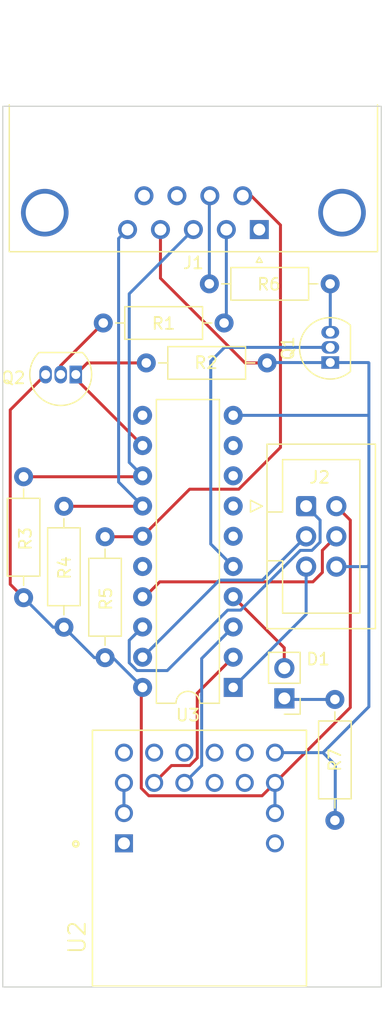
<source format=kicad_pcb>
(kicad_pcb (version 20211014) (generator pcbnew)
  (title_block (title "DumbUPS USB interface") (date "2022-01-02") (rev "1"))
  (layers (0 "F.Cu" signal) (31 "B.Cu" signal) (34 "B.Paste" user) (35 "F.Paste" user) (36 "B.SilkS" user "B.Silkscreen") (37 "F.SilkS" user "F.Silkscreen") (38 "B.Mask" user) (39 "F.Mask" user) (44 "Edge.Cuts" user))
  (net 0 "")
  (net 2 "Net-(J1-Pad2)")
  (net 3 "Net-(J1-Pad4)")
  (net 7 "Net-(J2-Pad1)")
  (net 8 "Net-(J2-Pad3)")
  (net 9 "Net-(J2-Pad5)")
  (net 10 "Net-(J2-Pad2)")
  (net 11 "Net-(J2-Pad4)")
  (net 12 "Net-(J1-Pad3)")
  (net 13 "Net-(Q1-Pad3)")
  (net 14 "Net-(Q2-Pad2)")
  (net 15 "Net-(J1-Pad5)")
  (net 17 "Net-(U2-Pad2)")
  (net 19 "Net-(J1-Pad6)")
  (net 21 "Net-(J1-Pad7)")
  (net 29 "Net-(D1-Pad1)")
  (net 35 "Net-(Q1-Pad2)")
  (net 36 "Net-(Q2-Pad1)")
  (net 37 "Net-(U2-Pad5)")
  (net 38 "Net-(U2-Pad7)")
  (net 39 "Net-(D1-Pad2)")
  (footprint "Resistor_THT:R_Axial_DIN0207_L6.3mm_D2.5mm_P10.16mm_Horizontal" (layer "F.Cu") (at 79.61 72.08)
    (fp_text reference "R6" (at 5.01 0.04) (layer "F.SilkS"))
    (fp_text value "4.7K" hide)
    (fp_line (start 1.04 0) (end 1.81 0) (layer "F.SilkS") (width 0.12))
    (fp_line (start 9.12 0) (end 8.35 0) (layer "F.SilkS") (width 0.12))
    (fp_line (start 8.35 -1.37) (end 1.81 -1.37) (layer "F.SilkS") (width 0.12))
    (fp_line (start 8.35 1.37) (end 8.35 -1.37) (layer "F.SilkS") (width 0.12))
    (fp_line (start 1.81 1.37) (end 8.35 1.37) (layer "F.SilkS") (width 0.12))
    (fp_line (start 1.81 -1.37) (end 1.81 1.37) (layer "F.SilkS") (width 0.12))
    (pad "1" thru_hole circle locked (at 0 0) (size 1.6 1.6) (drill 0.8) (layers *.Cu *.Mask) (net 21 "Net-(J1-Pad7)"))
    (pad "2" thru_hole oval locked (at 10.16 0) (size 1.6 1.6) (drill 0.8) (layers *.Cu *.Mask) (net 13 "Net-(Q1-Pad3)"))
  )
  (footprint "Resistor_THT:R_Axial_DIN0207_L6.3mm_D2.5mm_P10.16mm_Horizontal" (layer "F.Cu") (at 84.4675 78.725 180)
    (fp_text reference "R2" (at 5.1275 0.015) (layer "F.SilkS"))
    (fp_text value "4.7K" hide)
    (fp_line (start 1.81 -1.37) (end 1.81 1.37) (layer "F.SilkS") (width 0.12))
    (fp_line (start 1.04 0) (end 1.81 0) (layer "F.SilkS") (width 0.12))
    (fp_line (start 1.81 1.37) (end 8.35 1.37) (layer "F.SilkS") (width 0.12))
    (fp_line (start 9.12 0) (end 8.35 0) (layer "F.SilkS") (width 0.12))
    (fp_line (start 8.35 1.37) (end 8.35 -1.37) (layer "F.SilkS") (width 0.12))
    (fp_line (start 8.35 -1.37) (end 1.81 -1.37) (layer "F.SilkS") (width 0.12))
    (pad "1" thru_hole circle locked (at 0 0 180) (size 1.6 1.6) (drill 0.8) (layers *.Cu *.Mask) (net 3 "Net-(J1-Pad4)"))
    (pad "2" thru_hole oval locked (at 10.16 0 180) (size 1.6 1.6) (drill 0.8) (layers *.Cu *.Mask) (net 36 "Net-(Q2-Pad1)"))
  )
  (footprint "Connector_IDC:IDC-Header_2x03_P2.54mm_Vertical" (layer "F.Cu") (at 87.75 90.76)
    (fp_text reference "J2" (at 1.14 -2.42) (layer "F.SilkS"))
    (fp_text value "AVR ISP" hide)
    (fp_line (start -4.68 0.5) (end -3.68 0) (layer "F.SilkS") (width 0.12))
    (fp_line (start -1.98 -3.91) (end 4.52 -3.91) (layer "F.SilkS") (width 0.12))
    (fp_line (start -1.98 4.59) (end -1.98 4.59) (layer "F.SilkS") (width 0.12))
    (fp_line (start -1.98 4.59) (end -3.29 4.59) (layer "F.SilkS") (width 0.12))
    (fp_line (start -1.98 8.99) (end -1.98 4.59) (layer "F.SilkS") (width 0.12))
    (fp_line (start 5.83 -5.21) (end 5.83 10.29) (layer "F.SilkS") (width 0.12))
    (fp_line (start -1.98 0.49) (end -1.98 -3.91) (layer "F.SilkS") (width 0.12))
    (fp_line (start -4.68 -0.5) (end -4.68 0.5) (layer "F.SilkS") (width 0.12))
    (fp_line (start 4.52 -3.91) (end 4.52 8.99) (layer "F.SilkS") (width 0.12))
    (fp_line (start -3.29 0.49) (end -1.98 0.49) (layer "F.SilkS") (width 0.12))
    (fp_line (start 4.52 8.99) (end -1.98 8.99) (layer "F.SilkS") (width 0.12))
    (fp_line (start -3.29 -5.21) (end 5.83 -5.21) (layer "F.SilkS") (width 0.12))
    (fp_line (start -3.68 0) (end -4.68 -0.5) (layer "F.SilkS") (width 0.12))
    (fp_line (start -3.29 10.29) (end -3.29 -5.21) (layer "F.SilkS") (width 0.12))
    (fp_line (start 5.83 10.29) (end -3.29 10.29) (layer "F.SilkS") (width 0.12))
    (pad "1" thru_hole roundrect locked (at 0 0) (size 1.7 1.7) (drill 1) (layers *.Cu *.Mask) (roundrect_rratio 0.1470588235) (net 7 "Net-(J2-Pad1)"))
    (pad "2" thru_hole circle locked (at 2.54 0) (size 1.7 1.7) (drill 1) (layers *.Cu *.Mask) (net 10 "Net-(J2-Pad2)"))
    (pad "3" thru_hole circle locked (at 0 2.54) (size 1.7 1.7) (drill 1) (layers *.Cu *.Mask) (net 8 "Net-(J2-Pad3)"))
    (pad "4" thru_hole circle locked (at 2.54 2.54) (size 1.7 1.7) (drill 1) (layers *.Cu *.Mask) (net 11 "Net-(J2-Pad4)"))
    (pad "5" thru_hole circle locked (at 0 5.08) (size 1.7 1.7) (drill 1) (layers *.Cu *.Mask) (net 9 "Net-(J2-Pad5)"))
    (pad "6" thru_hole circle locked (at 2.54 5.08) (size 1.7 1.7) (drill 1) (layers *.Cu *.Mask) (net 3 "Net-(J1-Pad4)"))
  )
  (footprint "Package_TO_SOT_THT:TO-92L_Inline" (layer "F.Cu") (at 89.78 78.69 90)
    (fp_text reference "Q1" (at 1.19 -3.56 90) (layer "F.SilkS"))
    (fp_text value "PN2222A" hide)
    (fp_line (start -0.75 1.7) (end 3.1 1.7) (layer "F.SilkS") (width 0.12))
    (fp_arc (start -0.75 1.7) (mid 1.183448 -2.579449) (end 3.138611 1.690122) (layer "F.SilkS") (width 0.12))
    (pad "1" thru_hole rect locked (at 0 0 90) (size 1.05 1.5) (drill 0.75) (layers *.Cu *.Mask) (net 3 "Net-(J1-Pad4)"))
    (pad "2" thru_hole oval locked (at 1.27 0 90) (size 1.05 1.5) (drill 0.75) (layers *.Cu *.Mask) (net 35 "Net-(Q1-Pad2)"))
    (pad "3" thru_hole oval locked (at 2.54 0 90) (size 1.05 1.5) (drill 0.75) (layers *.Cu *.Mask) (net 13 "Net-(Q1-Pad3)"))
  )
  (footprint "Resistor_THT:R_Axial_DIN0207_L6.3mm_D2.5mm_P10.16mm_Horizontal" (layer "F.Cu") (at 63.99 88.29 -90)
    (fp_text reference "R3" (at 5.21 -0.15 90) (layer "F.SilkS"))
    (fp_text value "4.7K" hide)
    (fp_line (start 1.81 -1.37) (end 1.81 1.37) (layer "F.SilkS") (width 0.12))
    (fp_line (start 8.35 -1.37) (end 1.81 -1.37) (layer "F.SilkS") (width 0.12))
    (fp_line (start 8.35 1.37) (end 8.35 -1.37) (layer "F.SilkS") (width 0.12))
    (fp_line (start 9.12 0) (end 8.35 0) (layer "F.SilkS") (width 0.12))
    (fp_line (start 1.81 1.37) (end 8.35 1.37) (layer "F.SilkS") (width 0.12))
    (fp_line (start 1.04 0) (end 1.81 0) (layer "F.SilkS") (width 0.12))
    (pad "1" thru_hole circle locked (at 0 0 270) (size 1.6 1.6) (drill 0.8) (layers *.Cu *.Mask) (net 12 "Net-(J1-Pad3)"))
    (pad "2" thru_hole oval locked (at 10.16 0 270) (size 1.6 1.6) (drill 0.8) (layers *.Cu *.Mask) (net 10 "Net-(J2-Pad2)"))
  )
  (footprint "Package_DIP:DIP-20_W7.62mm" (layer "F.Cu") (at 81.6175 105.99 180)
    (fp_text reference "U3" (at 3.81 -2.33) (layer "F.SilkS"))
    (fp_text value "ATtiny2313V-10P" hide)
    (fp_line (start 1.16 -1.33) (end 1.16 24.19) (layer "F.SilkS") (width 0.12))
    (fp_line (start 6.46 -1.33) (end 4.81 -1.33) (layer "F.SilkS") (width 0.12))
    (fp_line (start 2.81 -1.33) (end 1.16 -1.33) (layer "F.SilkS") (width 0.12))
    (fp_line (start 6.46 24.19) (end 6.46 -1.33) (layer "F.SilkS") (width 0.12))
    (fp_line (start 1.16 24.19) (end 6.46 24.19) (layer "F.SilkS") (width 0.12))
    (fp_arc (start 4.81 -1.33) (mid 3.81 -0.33) (end 2.81 -1.33) (layer "F.SilkS") (width 0.12))
    (pad "1" thru_hole rect locked (at 0 0 180) (size 1.6 1.6) (drill 0.8) (layers *.Cu *.Mask) (net 9 "Net-(J2-Pad5)"))
    (pad "2" thru_hole oval locked (at 0 2.54 180) (size 1.6 1.6) (drill 0.8) (layers *.Cu *.Mask) (net 37 "Net-(U2-Pad5)"))
    (pad "3" thru_hole oval locked (at 0 5.08 180) (size 1.6 1.6) (drill 0.8) (layers *.Cu *.Mask) (net 38 "Net-(U2-Pad7)"))
    (pad "4" thru_hole oval locked (at 0 7.62 180) (size 1.6 1.6) (drill 0.8) (layers *.Cu *.Mask) (net 39 "Net-(D1-Pad2)"))
    (pad "5" thru_hole oval locked (at 0 10.16 180) (size 1.6 1.6) (drill 0.8) (layers *.Cu *.Mask) (net 35 "Net-(Q1-Pad2)"))
    (pad "6" thru_hole oval locked (at 0 12.7 180) (size 1.6 1.6) (drill 0.8) (layers *.Cu *.Mask))
    (pad "7" thru_hole oval locked (at 0 15.24 180) (size 1.6 1.6) (drill 0.8) (layers *.Cu *.Mask))
    (pad "8" thru_hole oval locked (at 0 17.78 180) (size 1.6 1.6) (drill 0.8) (layers *.Cu *.Mask))
    (pad "9" thru_hole oval locked (at 0 20.32 180) (size 1.6 1.6) (drill 0.8) (layers *.Cu *.Mask))
    (pad "10" thru_hole oval locked (at 0 22.86 180) (size 1.6 1.6) (drill 0.8) (layers *.Cu *.Mask) (net 3 "Net-(J1-Pad4)"))
    (pad "11" thru_hole oval locked (at 7.62 22.86 180) (size 1.6 1.6) (drill 0.8) (layers *.Cu *.Mask))
    (pad "12" thru_hole oval locked (at 7.62 20.32 180) (size 1.6 1.6) (drill 0.8) (layers *.Cu *.Mask) (net 36 "Net-(Q2-Pad1)"))
    (pad "13" thru_hole oval locked (at 7.62 17.78 180) (size 1.6 1.6) (drill 0.8) (layers *.Cu *.Mask) (net 12 "Net-(J1-Pad3)"))
    (pad "14" thru_hole oval locked (at 7.62 15.24 180) (size 1.6 1.6) (drill 0.8) (layers *.Cu *.Mask) (net 15 "Net-(J1-Pad5)"))
    (pad "15" thru_hole oval locked (at 7.62 12.7 180) (size 1.6 1.6) (drill 0.8) (layers *.Cu *.Mask) (net 19 "Net-(J1-Pad6)"))
    (pad "16" thru_hole oval locked (at 7.62 10.16 180) (size 1.6 1.6) (drill 0.8) (layers *.Cu *.Mask))
    (pad "17" thru_hole oval locked (at 7.62 7.62 180) (size 1.6 1.6) (drill 0.8) (layers *.Cu *.Mask) (net 11 "Net-(J2-Pad4)"))
    (pad "18" thru_hole oval locked (at 7.62 5.08 180) (size 1.6 1.6) (drill 0.8) (layers *.Cu *.Mask) (net 7 "Net-(J2-Pad1)"))
    (pad "19" thru_hole oval locked (at 7.62 2.54 180) (size 1.6 1.6) (drill 0.8) (layers *.Cu *.Mask) (net 8 "Net-(J2-Pad3)"))
    (pad "20" thru_hole oval locked (at 7.62 0 180) (size 1.6 1.6) (drill 0.8) (layers *.Cu *.Mask) (net 10 "Net-(J2-Pad2)"))
  )
  (footprint "Resistor_THT:R_Axial_DIN0207_L6.3mm_D2.5mm_P10.16mm_Horizontal" (layer "F.Cu") (at 80.85 75.37 180)
    (fp_text reference "R1" (at 5.09 -0.04) (layer "F.SilkS"))
    (fp_text value "4.7K" hide)
    (fp_line (start 8.35 -1.37) (end 1.81 -1.37) (layer "F.SilkS") (width 0.12))
    (fp_line (start 9.12 0) (end 8.35 0) (layer "F.SilkS") (width 0.12))
    (fp_line (start 1.81 1.37) (end 8.35 1.37) (layer "F.SilkS") (width 0.12))
    (fp_line (start 1.81 -1.37) (end 1.81 1.37) (layer "F.SilkS") (width 0.12))
    (fp_line (start 8.35 1.37) (end 8.35 -1.37) (layer "F.SilkS") (width 0.12))
    (fp_line (start 1.04 0) (end 1.81 0) (layer "F.SilkS") (width 0.12))
    (pad "1" thru_hole circle locked (at 0 0 180) (size 1.6 1.6) (drill 0.8) (layers *.Cu *.Mask) (net 2 "Net-(J1-Pad2)"))
    (pad "2" thru_hole oval locked (at 10.16 0 180) (size 1.6 1.6) (drill 0.8) (layers *.Cu *.Mask) (net 14 "Net-(Q2-Pad2)"))
  )
  (footprint "Resistor_THT:R_Axial_DIN0207_L6.3mm_D2.5mm_P10.16mm_Horizontal" (layer "F.Cu") (at 70.84 93.33 -90)
    (fp_text reference "R5" (at 5.21 -0.07 90) (layer "F.SilkS"))
    (fp_text value "4.7K" hide)
    (fp_line (start 1.04 0) (end 1.81 0) (layer "F.SilkS") (width 0.12))
    (fp_line (start 1.81 -1.37) (end 1.81 1.37) (layer "F.SilkS") (width 0.12))
    (fp_line (start 8.35 1.37) (end 8.35 -1.37) (layer "F.SilkS") (width 0.12))
    (fp_line (start 9.12 0) (end 8.35 0) (layer "F.SilkS") (width 0.12))
    (fp_line (start 8.35 -1.37) (end 1.81 -1.37) (layer "F.SilkS") (width 0.12))
    (fp_line (start 1.81 1.37) (end 8.35 1.37) (layer "F.SilkS") (width 0.12))
    (pad "1" thru_hole circle locked (at 0 0 270) (size 1.6 1.6) (drill 0.8) (layers *.Cu *.Mask) (net 19 "Net-(J1-Pad6)"))
    (pad "2" thru_hole oval locked (at 10.16 0 270) (size 1.6 1.6) (drill 0.8) (layers *.Cu *.Mask) (net 10 "Net-(J2-Pad2)"))
  )
  (footprint "Connector_Dsub:DSUB-9_Male_Horizontal_P2.77x2.84mm_EdgePinOffset7.70mm_Housed_MountingHolesOffset9.12mm" (layer "F.Cu") (at 83.81 67.520331 180)
    (fp_text reference "J1" (at 5.54 -2.8) (layer "F.SilkS"))
    (fp_text value "UPS_Interface")
    (fp_line (start 21.025 -1.86) (end 21.025 10.48) (layer "F.SilkS") (width 0.12))
    (fp_line (start -9.945 -1.86) (end 21.025 -1.86) (layer "F.SilkS") (width 0.12))
    (fp_line (start -0.25 -2.754338) (end 0.25 -2.754338) (layer "F.SilkS") (width 0.12))
    (fp_line (start 0.25 -2.754338) (end 0 -2.321325) (layer "F.SilkS") (width 0.12))
    (fp_line (start 0 -2.321325) (end -0.25 -2.754338) (layer "F.SilkS") (width 0.12))
    (fp_line (start -9.945 10.48) (end -9.945 -1.86) (layer "F.SilkS") (width 0.12))
    (pad "0" thru_hole circle locked (at 18.04 1.42 180) (size 4 4) (drill 3.2) (layers *.Cu *.Mask))
    (pad "0" thru_hole circle locked (at -6.96 1.42 180) (size 4 4) (drill 3.2) (layers *.Cu *.Mask))
    (pad "1" thru_hole rect locked (at 0 0 180) (size 1.6 1.6) (drill 1) (layers *.Cu *.Mask))
    (pad "2" thru_hole circle locked (at 2.77 0 180) (size 1.6 1.6) (drill 1) (layers *.Cu *.Mask) (net 2 "Net-(J1-Pad2)"))
    (pad "3" thru_hole circle locked (at 5.54 0 180) (size 1.6 1.6) (drill 1) (layers *.Cu *.Mask) (net 12 "Net-(J1-Pad3)"))
    (pad "4" thru_hole circle locked (at 8.31 0 180) (size 1.6 1.6) (drill 1) (layers *.Cu *.Mask) (net 3 "Net-(J1-Pad4)"))
    (pad "5" thru_hole circle locked (at 11.08 0 180) (size 1.6 1.6) (drill 1) (layers *.Cu *.Mask) (net 15 "Net-(J1-Pad5)"))
    (pad "6" thru_hole circle locked (at 1.385 2.84 180) (size 1.6 1.6) (drill 1) (layers *.Cu *.Mask) (net 19 "Net-(J1-Pad6)"))
    (pad "7" thru_hole circle locked (at 4.155 2.84 180) (size 1.6 1.6) (drill 1) (layers *.Cu *.Mask) (net 21 "Net-(J1-Pad7)"))
    (pad "8" thru_hole circle locked (at 6.925 2.84 180) (size 1.6 1.6) (drill 1) (layers *.Cu *.Mask))
    (pad "9" thru_hole circle locked (at 9.695 2.84 180) (size 1.6 1.6) (drill 1) (layers *.Cu *.Mask))
  )
  (footprint "Resistor_THT:R_Axial_DIN0207_L6.3mm_D2.5mm_P10.16mm_Horizontal" (layer "F.Cu") (at 67.38 90.77 -90)
    (fp_text reference "R4" (at 5.17 -0.055 90) (layer "F.SilkS"))
    (fp_text value "4.7K" hide)
    (fp_line (start 1.81 1.37) (end 8.35 1.37) (layer "F.SilkS") (width 0.12))
    (fp_line (start 1.04 0) (end 1.81 0) (layer "F.SilkS") (width 0.12))
    (fp_line (start 8.35 -1.37) (end 1.81 -1.37) (layer "F.SilkS") (width 0.12))
    (fp_line (start 8.35 1.37) (end 8.35 -1.37) (layer "F.SilkS") (width 0.12))
    (fp_line (start 1.81 -1.37) (end 1.81 1.37) (layer "F.SilkS") (width 0.12))
    (fp_line (start 9.12 0) (end 8.35 0) (layer "F.SilkS") (width 0.12))
    (pad "1" thru_hole circle locked (at 0 0 270) (size 1.6 1.6) (drill 0.8) (layers *.Cu *.Mask) (net 15 "Net-(J1-Pad5)"))
    (pad "2" thru_hole oval locked (at 10.16 0 270) (size 1.6 1.6) (drill 0.8) (layers *.Cu *.Mask) (net 10 "Net-(J2-Pad2)"))
  )
  (footprint "Package_TO_SOT_THT:TO-92_Inline" (layer "F.Cu") (at 68.38 79.7 180)
    (fp_text reference "Q2" (at 5.25 -0.28) (layer "F.SilkS"))
    (fp_text value "PN2222A" hide)
    (fp_line (start -0.53 1.85) (end 3.07 1.85) (layer "F.SilkS") (width 0.12))
    (fp_arc (start -0.568478 1.838478) (mid -1.132087 -0.994977) (end 1.27 -2.6) (layer "F.SilkS") (width 0.12))
    (fp_arc (start 1.27 -2.6) (mid 3.672087 -0.994977) (end 3.108478 1.838478) (layer "F.SilkS") (width 0.12))
    (pad "1" thru_hole rect locked (at 0 0 180) (size 1.05 1.5) (drill 0.75) (layers *.Cu *.Mask) (net 36 "Net-(Q2-Pad1)"))
    (pad "2" thru_hole oval locked (at 1.27 0 180) (size 1.05 1.5) (drill 0.75) (layers *.Cu *.Mask) (net 14 "Net-(Q2-Pad2)"))
    (pad "3" thru_hole oval locked (at 2.54 0 180) (size 1.05 1.5) (drill 0.75) (layers *.Cu *.Mask) (net 10 "Net-(J2-Pad2)"))
  )
  (footprint "Resistor_THT:R_Axial_DIN0207_L6.3mm_D2.5mm_P10.16mm_Horizontal" (layer "F.Cu") (at 90.17 107 -90)
    (fp_text reference "R7" (at 5.08 0 90) (layer "F.SilkS"))
    (fp_text value "220" hide)
    (fp_line (start 1.81 1.37) (end 8.35 1.37) (layer "F.SilkS") (width 0.12))
    (fp_line (start 8.35 -1.37) (end 1.81 -1.37) (layer "F.SilkS") (width 0.12))
    (fp_line (start 8.35 1.37) (end 8.35 -1.37) (layer "F.SilkS") (width 0.12))
    (fp_line (start 9.12 0) (end 8.35 0) (layer "F.SilkS") (width 0.12))
    (fp_line (start 1.81 -1.37) (end 1.81 1.37) (layer "F.SilkS") (width 0.12))
    (fp_line (start 1.04 0) (end 1.81 0) (layer "F.SilkS") (width 0.12))
    (pad "1" thru_hole circle locked (at 0 0 270) (size 1.6 1.6) (drill 0.8) (layers *.Cu *.Mask) (net 29 "Net-(D1-Pad1)"))
    (pad "2" thru_hole oval locked (at 10.16 0 270) (size 1.6 1.6) (drill 0.8) (layers *.Cu *.Mask) (net 3 "Net-(J1-Pad4)"))
  )
  (footprint "library:FTDI_MM232R" (layer "F.Cu") (at 78.78 120.34 90)
    (fp_text reference "U2" (at -6.655 -10.289 90) (layer "F.SilkS") (effects (font (size 1.4 1.4))))
    (fp_text value "MM232R" hide)
    (fp_line (start 10.75 9) (end -10.75 9) (layer "F.SilkS") (width 0.127))
    (fp_line (start -10.75 9) (end -10.75 -9) (layer "F.SilkS") (width 0.127))
    (fp_line (start 10.75 -9) (end 10.75 9) (layer "F.SilkS") (width 0.127))
    (fp_line (start -10.75 -9) (end 10.75 -9) (layer "F.SilkS") (width 0.127))
    (fp_circle (center 1.2 -10.4) (end 1.423606 -10.4) (layer "F.SilkS") (width 0.2) (fill none))
    (pad "1" thru_hole rect locked (at 1.25 -6.35 90) (size 1.518 1.518) (drill 1.01) (layers *.Cu *.Mask))
    (pad "2" thru_hole circle locked (at 3.79 -6.35 90) (size 1.518 1.518) (drill 1.01) (layers *.Cu *.Mask) (net 17 "Net-(U2-Pad2)"))
    (pad "3" thru_hole circle locked (at 6.33 -6.35 90) (size 1.518 1.518) (drill 1.01) (layers *.Cu *.Mask) (net 17 "Net-(U2-Pad2)"))
    (pad "4" thru_hole circle locked (at 8.87 -6.35 90) (size 1.518 1.518) (drill 1.01) (layers *.Cu *.Mask))
    (pad "5" thru_hole circle locked (at 6.33 -3.81 90) (size 1.518 1.518) (drill 1.01) (layers *.Cu *.Mask) (net 37 "Net-(U2-Pad5)"))
    (pad "6" thru_hole circle locked (at 8.87 -3.81 90) (size 1.518 1.518) (drill 1.01) (layers *.Cu *.Mask))
    (pad "7" thru_hole circle locked (at 6.33 -1.27 90) (size 1.518 1.518) (drill 1.01) (layers *.Cu *.Mask) (net 38 "Net-(U2-Pad7)"))
    (pad "8" thru_hole circle locked (at 8.87 -1.27 90) (size 1.518 1.518) (drill 1.01) (layers *.Cu *.Mask))
    (pad "9" thru_hole circle locked (at 8.87 1.27 90) (size 1.518 1.518) (drill 1.01) (layers *.Cu *.Mask))
    (pad "10" thru_hole circle locked (at 6.33 1.27 90) (size 1.518 1.518) (drill 1.01) (layers *.Cu *.Mask))
    (pad "11" thru_hole circle locked (at 8.87 3.81 90) (size 1.518 1.518) (drill 1.01) (layers *.Cu *.Mask))
    (pad "12" thru_hole circle locked (at 6.33 3.81 90) (size 1.518 1.518) (drill 1.01) (layers *.Cu *.Mask))
    (pad "13" thru_hole circle locked (at 8.87 6.35 90) (size 1.518 1.518) (drill 1.01) (layers *.Cu *.Mask) (net 3 "Net-(J1-Pad4)"))
    (pad "14" thru_hole circle locked (at 6.33 6.35 90) (size 1.518 1.518) (drill 1.01) (layers *.Cu *.Mask) (net 10 "Net-(J2-Pad2)"))
    (pad "15" thru_hole circle locked (at 3.79 6.35 90) (size 1.518 1.518) (drill 1.01) (layers *.Cu *.Mask) (net 10 "Net-(J2-Pad2)"))
    (pad "16" thru_hole circle locked (at 1.25 6.35 90) (size 1.518 1.518) (drill 1.01) (layers *.Cu *.Mask))
  )
  (footprint "Connector_PinHeader_2.54mm:PinHeader_1x02_P2.54mm_Vertical" (layer "F.Cu") (at 85.92 106.91 180)
    (fp_text reference "D1" (at -2.84 3.3) (layer "F.SilkS"))
    (fp_text value "LED" hide)
    (fp_line (start -1.33 1.27) (end -1.33 3.87) (layer "F.SilkS") (width 0.12))
    (fp_line (start 1.33 1.27) (end 1.33 3.87) (layer "F.SilkS") (width 0.12))
    (fp_line (start -1.33 -1.33) (end 0 -1.33) (layer "F.SilkS") (width 0.12))
    (fp_line (start -1.33 3.87) (end 1.33 3.87) (layer "F.SilkS") (width 0.12))
    (fp_line (start -1.33 1.27) (end 1.33 1.27) (layer "F.SilkS") (width 0.12))
    (fp_line (start -1.33 0) (end -1.33 -1.33) (layer "F.SilkS") (width 0.12))
    (pad "1" thru_hole rect locked (at 0 0 180) (size 1.7 1.7) (drill 1) (layers *.Cu *.Mask) (net 29 "Net-(D1-Pad1)"))
    (pad "2" thru_hole oval locked (at 0 2.54 180) (size 1.7 1.7) (drill 1) (layers *.Cu *.Mask) (net 39 "Net-(D1-Pad2)"))
  )
  (gr_rect (start 94.07 131.16) (end 62.24 57.16) (layer "Edge.Cuts") (width 0.1) (fill none))
  (segment (start 81.04 75.18) (end 80.85 75.37) (width 0.25) (layer "B.Cu") (net 2))
  (segment (start 81.04 67.520331) (end 81.04 75.18) (width 0.25) (layer "B.Cu") (net 2))
  (segment (start 84.4675 78.725) (end 82.6147 78.725) (width 0.25) (layer "F.Cu") (net 3))
  (segment (start 75.5 71.6103) (end 75.5 67.520331) (width 0.25) (layer "F.Cu") (net 3))
  (segment (start 82.6147 78.725) (end 75.5 71.6103) (width 0.25) (layer "F.Cu") (net 3))
  (segment (start 90.2 112.5) (end 89.17 111.47) (width 0.25) (layer "B.Cu") (net 3))
  (segment (start 81.6175 83.13) (end 92.98 83.13) (width 0.25) (layer "B.Cu") (net 3))
  (segment (start 90.2 117.13) (end 90.2 112.5) (width 0.25) (layer "B.Cu") (net 3))
  (segment (start 90.17 117.16) (end 90.2 117.13) (width 0.25) (layer "B.Cu") (net 3))
  (segment (start 90.1475 78.695) (end 92.995 78.695) (width 0.25) (layer "B.Cu") (net 3))
  (segment (start 92.995 78.695) (end 93.03 78.73) (width 0.25) (layer "B.Cu") (net 3))
  (segment (start 93.03 78.73) (end 93.03 83.08) (width 0.25) (layer "B.Cu") (net 3))
  (segment (start 92.98 83.13) (end 93.03 83.08) (width 0.25) (layer "B.Cu") (net 3))
  (segment (start 90.29 95.84) (end 92.91 95.84) (width 0.25) (layer "B.Cu") (net 3))
  (segment (start 92.91 95.84) (end 93.03 95.72) (width 0.25) (layer "B.Cu") (net 3))
  (segment (start 93.03 107.61) (end 93.03 95.72) (width 0.25) (layer "B.Cu") (net 3))
  (segment (start 84.4975 78.695) (end 84.4675 78.725) (width 0.25) (layer "B.Cu") (net 3))
  (segment (start 93.03 83.08) (end 93.03 95.72) (width 0.25) (layer "B.Cu") (net 3))
  (segment (start 85.13 111.47) (end 89.17 111.47) (width 0.25) (layer "B.Cu") (net 3))
  (segment (start 89.17 111.47) (end 93.03 107.61) (width 0.25) (layer "B.Cu") (net 3))
  (segment (start 90.1475 78.695) (end 84.4975 78.695) (width 0.25) (layer "B.Cu") (net 3))
  (segment (start 82.243501 99.494511) (end 87.263501 94.474511) (width 0.25) (layer "B.Cu") (net 7))
  (segment (start 73.531711 104.574511) (end 76.071711 104.574511) (width 0.25) (layer "B.Cu") (net 7))
  (segment (start 81.151711 99.494511) (end 82.243501 99.494511) (width 0.25) (layer "B.Cu") (net 7))
  (segment (start 88.924511 91.934511) (end 87.75 90.76) (width 0.25) (layer "B.Cu") (net 7))
  (segment (start 88.236499 94.474511) (end 88.924511 93.786499) (width 0.25) (layer "B.Cu") (net 7))
  (segment (start 72.872989 103.915789) (end 73.531711 104.574511) (width 0.25) (layer "B.Cu") (net 7))
  (segment (start 87.263501 94.474511) (end 88.236499 94.474511) (width 0.25) (layer "B.Cu") (net 7))
  (segment (start 72.872989 102.034511) (end 72.872989 103.915789) (width 0.25) (layer "B.Cu") (net 7))
  (segment (start 76.071711 104.574511) (end 81.151711 99.494511) (width 0.25) (layer "B.Cu") (net 7))
  (segment (start 73.9975 100.91) (end 72.872989 102.034511) (width 0.25) (layer "B.Cu") (net 7))
  (segment (start 88.924511 93.786499) (end 88.924511 91.934511) (width 0.25) (layer "B.Cu") (net 7))
  (segment (start 80.4775 96.97) (end 84.08 96.97) (width 0.25) (layer "B.Cu") (net 8))
  (segment (start 84.08 96.97) (end 87.75 93.3) (width 0.25) (layer "B.Cu") (net 8))
  (segment (start 73.9975 103.45) (end 80.4775 96.97) (width 0.25) (layer "B.Cu") (net 8))
  (segment (start 87.75 99.8575) (end 87.75 95.84) (width 0.25) (layer "B.Cu") (net 9))
  (segment (start 81.6175 105.99) (end 87.75 99.8575) (width 0.25) (layer "B.Cu") (net 9))
  (segment (start 85.13 114.01) (end 91.464511 107.675489) (width 0.25) (layer "F.Cu") (net 10))
  (segment (start 62.865489 97.325489) (end 62.865489 82.674511) (width 0.25) (layer "F.Cu") (net 10))
  (segment (start 84.046489 115.093511) (end 74.521194 115.093511) (width 0.25) (layer "F.Cu") (net 10))
  (segment (start 85.13 114.01) (end 84.046489 115.093511) (width 0.25) (layer "F.Cu") (net 10))
  (segment (start 73.886489 106.101011) (end 73.9975 105.99) (width 0.25) (layer "F.Cu") (net 10))
  (segment (start 63.99 98.45) (end 62.865489 97.325489) (width 0.25) (layer "F.Cu") (net 10))
  (segment (start 91.464511 107.675489) (end 91.464511 91.934511) (width 0.25) (layer "F.Cu") (net 10))
  (segment (start 62.865489 82.674511) (end 65.84 79.7) (width 0.25) (layer "F.Cu") (net 10))
  (segment (start 74.521194 115.093511) (end 73.886489 114.458806) (width 0.25) (layer "F.Cu") (net 10))
  (segment (start 73.886489 114.458806) (end 73.886489 106.101011) (width 0.25) (layer "F.Cu") (net 10))
  (segment (start 91.464511 91.934511) (end 90.29 90.76) (width 0.25) (layer "F.Cu") (net 10))
  (segment (start 69.94 103.49) (end 70.84 103.49) (width 0.25) (layer "B.Cu") (net 10))
  (segment (start 63.99 98.45) (end 66.47 100.93) (width 0.25) (layer "B.Cu") (net 10))
  (segment (start 67.38 100.93) (end 69.94 103.49) (width 0.25) (layer "B.Cu") (net 10))
  (segment (start 71.4975 103.49) (end 70.84 103.49) (width 0.25) (layer "B.Cu") (net 10))
  (segment (start 66.47 100.93) (end 67.38 100.93) (width 0.25) (layer "B.Cu") (net 10))
  (segment (start 85.13 114.01) (end 85.13 116.55) (width 0.25) (layer "B.Cu") (net 10))
  (segment (start 73.9975 105.99) (end 71.4975 103.49) (width 0.25) (layer "B.Cu") (net 10))
  (segment (start 73.9975 98.3975) (end 74.08 98.48) (width 0.25) (layer "F.Cu") (net 11))
  (segment (start 88.321988 97.12) (end 89.115489 96.326499) (width 0.25) (layer "F.Cu") (net 11))
  (segment (start 73.9975 98.37) (end 73.9975 98.3975) (width 0.25) (layer "F.Cu") (net 11))
  (segment (start 89.115489 96.326499) (end 89.115489 94.474511) (width 0.25) (layer "F.Cu") (net 11))
  (segment (start 74.08 98.48) (end 75.44 97.12) (width 0.25) (layer "F.Cu") (net 11))
  (segment (start 89.115489 94.474511) (end 90.29 93.3) (width 0.25) (layer "F.Cu") (net 11))
  (segment (start 75.44 97.12) (end 88.321988 97.12) (width 0.25) (layer "F.Cu") (net 11))
  (segment (start 73.9175 88.29) (end 73.9975 88.21) (width 0.25) (layer "F.Cu") (net 12))
  (segment (start 63.99 88.29) (end 73.9175 88.29) (width 0.25) (layer "F.Cu") (net 12))
  (segment (start 73.9975 88.21) (end 72.872989 87.085489) (width 0.25) (layer "B.Cu") (net 12))
  (segment (start 72.872989 72.917342) (end 78.27 67.520331) (width 0.25) (layer "B.Cu") (net 12))
  (segment (start 72.872989 87.085489) (end 72.872989 72.917342) (width 0.25) (layer "B.Cu") (net 12))
  (segment (start 89.78 72.09) (end 89.77 72.08) (width 0.25) (layer "B.Cu") (net 13))
  (segment (start 89.78 76.15) (end 89.78 72.09) (width 0.25) (layer "B.Cu") (net 13))
  (segment (start 67.11 79.7) (end 67.11 79.76) (width 0.25) (layer "F.Cu") (net 14))
  (segment (start 67.1 78.96) (end 70.69 75.37) (width 0.25) (layer "F.Cu") (net 14))
  (segment (start 67.1 79.77) (end 67.1 78.96) (width 0.25) (layer "F.Cu") (net 14))
  (segment (start 67.11 79.76) (end 67.1 79.77) (width 0.25) (layer "F.Cu") (net 14))
  (segment (start 73.9775 90.77) (end 73.9975 90.75) (width 0.25) (layer "F.Cu") (net 15))
  (segment (start 67.38 90.77) (end 73.9775 90.77) (width 0.25) (layer "F.Cu") (net 15))
  (segment (start 71.98 88.7325) (end 71.98 68.270331) (width 0.25) (layer "B.Cu") (net 15))
  (segment (start 71.98 68.270331) (end 72.73 67.520331) (width 0.25) (layer "B.Cu") (net 15))
  (segment (start 73.9975 90.75) (end 71.98 88.7325) (width 0.25) (layer "B.Cu") (net 15))
  (segment (start 72.43 114.01) (end 72.43 116.55) (width 0.25) (layer "B.Cu") (net 17))
  (segment (start 70.84 93.33) (end 73.9575 93.33) (width 0.25) (layer "F.Cu") (net 19))
  (segment (start 85.592011 85.825789) (end 85.592011 67.142011) (width 0.25) (layer "F.Cu") (net 19))
  (segment (start 73.9975 93.29) (end 77.952989 89.334511) (width 0.25) (layer "F.Cu") (net 19))
  (segment (start 85.592011 67.142011) (end 83.130331 64.680331) (width 0.25) (layer "F.Cu") (net 19))
  (segment (start 77.952989 89.334511) (end 82.083289 89.334511) (width 0.25) (layer "F.Cu") (net 19))
  (segment (start 82.083289 89.334511) (end 85.592011 85.825789) (width 0.25) (layer "F.Cu") (net 19))
  (segment (start 73.9575 93.33) (end 73.9975 93.29) (width 0.25) (layer "F.Cu") (net 19))
  (segment (start 83.130331 64.680331) (end 82.425 64.680331) (width 0.25) (layer "F.Cu") (net 19))
  (segment (start 79.61 64.725331) (end 79.655 64.680331) (width 0.25) (layer "B.Cu") (net 21))
  (segment (start 79.61 72.08) (end 79.61 64.725331) (width 0.25) (layer "B.Cu") (net 21))
  (segment (start 90.17 107) (end 85.93 107) (width 0.25) (layer "B.Cu") (net 29))
  (segment (start 81.6175 95.83) (end 79.73 93.9425) (width 0.25) (layer "B.Cu") (net 35))
  (segment (start 79.73 78.58) (end 80.89 77.42) (width 0.25) (layer "B.Cu") (net 35))
  (segment (start 79.73 93.9425) (end 79.73 78.58) (width 0.25) (layer "B.Cu") (net 35))
  (segment (start 80.89 77.42) (end 89.78 77.42) (width 0.25) (layer "B.Cu") (net 35))
  (segment (start 69.355 78.725) (end 68.38 79.7) (width 0.25) (layer "F.Cu") (net 36))
  (segment (start 68.38 80.0525) (end 68.38 79.7) (width 0.25) (layer "F.Cu") (net 36))
  (segment (start 74.3075 78.725) (end 69.355 78.725) (width 0.25) (layer "F.Cu") (net 36))
  (segment (start 73.9975 85.67) (end 68.38 80.0525) (width 0.25) (layer "F.Cu") (net 36))
  (segment (start 81.6175 103.45) (end 78.593511 106.473989) (width 0.25) (layer "F.Cu") (net 37))
  (segment (start 78.593511 111.918806) (end 77.958806 112.553511) (width 0.25) (layer "F.Cu") (net 37))
  (segment (start 76.426489 112.553511) (end 74.97 114.01) (width 0.25) (layer "F.Cu") (net 37))
  (segment (start 78.593511 106.473989) (end 78.593511 111.918806) (width 0.25) (layer "F.Cu") (net 37))
  (segment (start 77.958806 112.553511) (end 76.426489 112.553511) (width 0.25) (layer "F.Cu") (net 37))
  (segment (start 78.966489 103.561011) (end 81.6175 100.91) (width 0.25) (layer "B.Cu") (net 38))
  (segment (start 78.966489 112.553511) (end 78.966489 103.561011) (width 0.25) (layer "B.Cu") (net 38))
  (segment (start 77.51 114.01) (end 78.966489 112.553511) (width 0.25) (layer "B.Cu") (net 38))
  (segment (start 85.91 104.48) (end 85.91 102.6625) (width 0.25) (layer "F.Cu") (net 39))
  (segment (start 85.91 102.6625) (end 81.6175 98.37) (width 0.25) (layer "F.Cu") (net 39))
)
</source>
